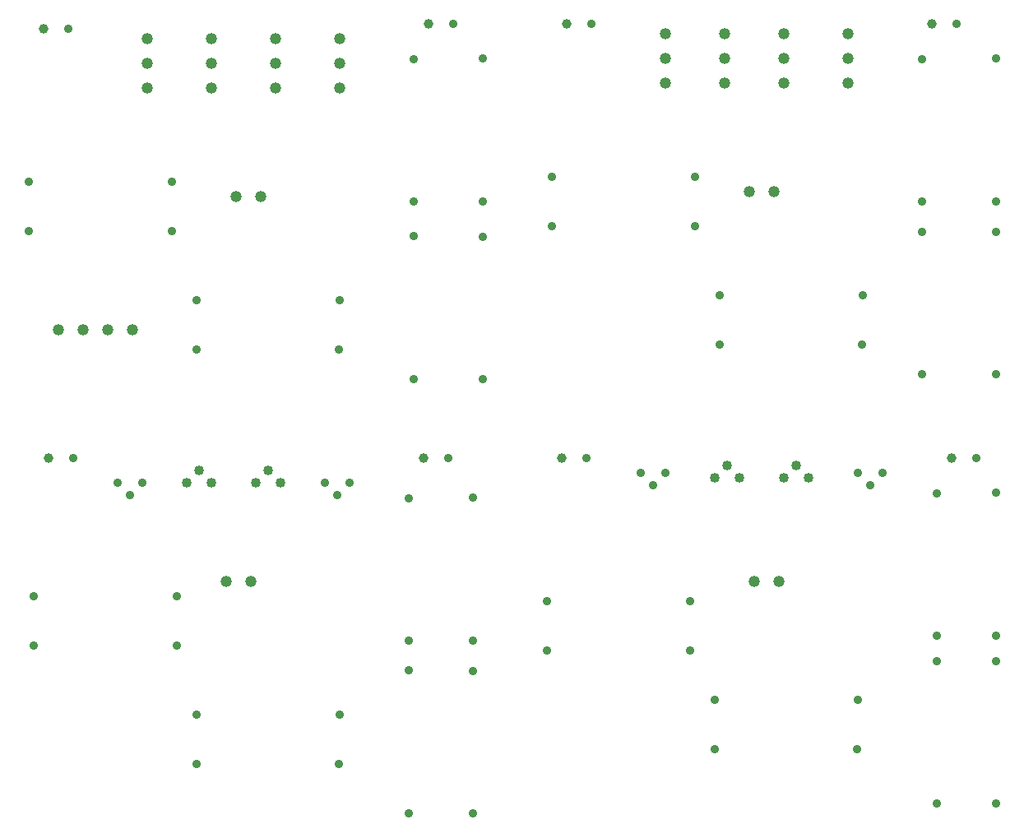
<source format=gbr>
G04 Generated by Ultiboard 14.2 *
%FSLAX33Y33*%
%MOMM*%

%ADD10C,0.001*%
%ADD11C,0.889*%
%ADD12C,0.995*%
%ADD13C,1.181*%
%ADD14C,1.016*%


G04 ColorRGB 000000 for the following layer *
%LNDrill-Copper Top-Copper Bottom*%
%LPD*%
G54D11*
X-16256Y112268D03*
X11652Y79248D03*
X-3048Y79248D03*
X-3016Y84328D03*
X11684Y84328D03*
X-20288Y91440D03*
X-5588Y91440D03*
X-20288Y96520D03*
X-5588Y96520D03*
X19304Y76232D03*
X19304Y90932D03*
X26416Y90900D03*
X26416Y76200D03*
X19304Y109188D03*
X19304Y94488D03*
X26416Y94520D03*
X26416Y109220D03*
X23368Y112776D03*
X33560Y91948D03*
X48260Y91948D03*
X33560Y97028D03*
X48260Y97028D03*
X37592Y112776D03*
X65500Y79756D03*
X50800Y79756D03*
X50832Y84836D03*
X65532Y84836D03*
X71628Y76708D03*
X71628Y91408D03*
X79248Y91408D03*
X79248Y76708D03*
X71628Y109188D03*
X71628Y94488D03*
X79248Y94520D03*
X79248Y109220D03*
X75184Y112776D03*
X11652Y36576D03*
X-3048Y36576D03*
X18796Y31528D03*
X18796Y46228D03*
X25400Y46196D03*
X25400Y31496D03*
X-3016Y41656D03*
X11684Y41656D03*
X-19780Y48768D03*
X-5080Y48768D03*
X18796Y63976D03*
X18796Y49276D03*
X25400Y49308D03*
X25400Y64008D03*
X-19780Y53848D03*
X-5080Y53848D03*
X-15748Y68072D03*
X22860Y68072D03*
X73152Y32512D03*
X73152Y47212D03*
X79248Y47212D03*
X79248Y32512D03*
X64992Y38100D03*
X50292Y38100D03*
X50324Y43180D03*
X65024Y43180D03*
X33052Y48260D03*
X47752Y48260D03*
X73152Y64484D03*
X73152Y49784D03*
X79248Y49816D03*
X79248Y64516D03*
X33052Y53340D03*
X47752Y53340D03*
X66294Y65278D03*
X67564Y66548D03*
X65024Y66548D03*
X37084Y68072D03*
X77216Y68072D03*
X-9906Y64262D03*
X-8636Y65532D03*
X-11176Y65532D03*
X11430Y64262D03*
X12700Y65532D03*
X10160Y65532D03*
X43942Y65278D03*
X45212Y66548D03*
X42672Y66548D03*
G54D12*
X-18796Y112268D03*
X20828Y112776D03*
X35052Y112776D03*
X72644Y112776D03*
X-18288Y68072D03*
X20320Y68072D03*
X34544Y68072D03*
X74676Y68072D03*
G54D13*
X-12192Y81280D03*
X-14732Y81280D03*
X-17272Y81280D03*
X-9652Y81280D03*
X1016Y94996D03*
X3556Y94996D03*
X53848Y95504D03*
X56388Y95504D03*
X64008Y106680D03*
X64008Y109220D03*
X64008Y111760D03*
X2540Y55372D03*
X0Y55372D03*
X56896Y55372D03*
X54356Y55372D03*
X57404Y109220D03*
X57404Y106680D03*
X57404Y111760D03*
X51308Y109220D03*
X51308Y106680D03*
X51308Y111760D03*
X45212Y106680D03*
X45212Y109220D03*
X45212Y111760D03*
X5080Y108712D03*
X5080Y106172D03*
X5080Y111252D03*
X11684Y106172D03*
X11684Y108712D03*
X11684Y111252D03*
X-1524Y108712D03*
X-1524Y106172D03*
X-1524Y111252D03*
X-8128Y106172D03*
X-8128Y108712D03*
X-8128Y111252D03*
G54D14*
X-4064Y65532D03*
X-2794Y66802D03*
X-1524Y65532D03*
X3048Y65532D03*
X4318Y66802D03*
X5588Y65532D03*
X50292Y66040D03*
X51562Y67310D03*
X52832Y66040D03*
X57404Y66040D03*
X58674Y67310D03*
X59944Y66040D03*

M02*

</source>
